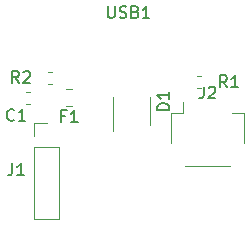
<source format=gto>
G04 #@! TF.GenerationSoftware,KiCad,Pcbnew,(5.1.4)-1*
G04 #@! TF.CreationDate,2019-12-12T04:53:30-08:00*
G04 #@! TF.ProjectId,daughterboard,64617567-6874-4657-9262-6f6172642e6b,rev?*
G04 #@! TF.SameCoordinates,Original*
G04 #@! TF.FileFunction,Legend,Top*
G04 #@! TF.FilePolarity,Positive*
%FSLAX46Y46*%
G04 Gerber Fmt 4.6, Leading zero omitted, Abs format (unit mm)*
G04 Created by KiCad (PCBNEW (5.1.4)-1) date 2019-12-12 04:53:30*
%MOMM*%
%LPD*%
G04 APERTURE LIST*
%ADD10C,0.120000*%
%ADD11C,0.150000*%
G04 APERTURE END LIST*
D10*
X2662779Y-8910000D02*
X2337221Y-8910000D01*
X2662779Y-7890000D02*
X2337221Y-7890000D01*
X12800000Y-10700000D02*
X12800000Y-8300000D01*
X9700000Y-8300000D02*
X9700000Y-11250000D01*
X6258578Y-9110000D02*
X5741422Y-9110000D01*
X6258578Y-7690000D02*
X5741422Y-7690000D01*
X17162779Y-7610000D02*
X16837221Y-7610000D01*
X17162779Y-6590000D02*
X16837221Y-6590000D01*
X4237221Y-6190000D02*
X4562779Y-6190000D01*
X4237221Y-7210000D02*
X4562779Y-7210000D01*
X3040000Y-18660000D02*
X5160000Y-18660000D01*
X3040000Y-12600000D02*
X3040000Y-18660000D01*
X5160000Y-12600000D02*
X5160000Y-18660000D01*
X3040000Y-12600000D02*
X5160000Y-12600000D01*
X3040000Y-11600000D02*
X3040000Y-10540000D01*
X3040000Y-10540000D02*
X4100000Y-10540000D01*
X14590000Y-12215000D02*
X14590000Y-9715000D01*
X14590000Y-9715000D02*
X15640000Y-9715000D01*
X15640000Y-9715000D02*
X15640000Y-8725000D01*
X20810000Y-12215000D02*
X20810000Y-9715000D01*
X20810000Y-9715000D02*
X19760000Y-9715000D01*
X15760000Y-14185000D02*
X19640000Y-14185000D01*
D11*
X9261904Y-652380D02*
X9261904Y-1461904D01*
X9309523Y-1557142D01*
X9357142Y-1604761D01*
X9452380Y-1652380D01*
X9642857Y-1652380D01*
X9738095Y-1604761D01*
X9785714Y-1557142D01*
X9833333Y-1461904D01*
X9833333Y-652380D01*
X10261904Y-1604761D02*
X10404761Y-1652380D01*
X10642857Y-1652380D01*
X10738095Y-1604761D01*
X10785714Y-1557142D01*
X10833333Y-1461904D01*
X10833333Y-1366666D01*
X10785714Y-1271428D01*
X10738095Y-1223809D01*
X10642857Y-1176190D01*
X10452380Y-1128571D01*
X10357142Y-1080952D01*
X10309523Y-1033333D01*
X10261904Y-938095D01*
X10261904Y-842857D01*
X10309523Y-747619D01*
X10357142Y-700000D01*
X10452380Y-652380D01*
X10690476Y-652380D01*
X10833333Y-700000D01*
X11595238Y-1128571D02*
X11738095Y-1176190D01*
X11785714Y-1223809D01*
X11833333Y-1319047D01*
X11833333Y-1461904D01*
X11785714Y-1557142D01*
X11738095Y-1604761D01*
X11642857Y-1652380D01*
X11261904Y-1652380D01*
X11261904Y-652380D01*
X11595238Y-652380D01*
X11690476Y-700000D01*
X11738095Y-747619D01*
X11785714Y-842857D01*
X11785714Y-938095D01*
X11738095Y-1033333D01*
X11690476Y-1080952D01*
X11595238Y-1128571D01*
X11261904Y-1128571D01*
X12785714Y-1652380D02*
X12214285Y-1652380D01*
X12500000Y-1652380D02*
X12500000Y-652380D01*
X12404761Y-795238D01*
X12309523Y-890476D01*
X12214285Y-938095D01*
X1333333Y-10257142D02*
X1285714Y-10304761D01*
X1142857Y-10352380D01*
X1047619Y-10352380D01*
X904761Y-10304761D01*
X809523Y-10209523D01*
X761904Y-10114285D01*
X714285Y-9923809D01*
X714285Y-9780952D01*
X761904Y-9590476D01*
X809523Y-9495238D01*
X904761Y-9400000D01*
X1047619Y-9352380D01*
X1142857Y-9352380D01*
X1285714Y-9400000D01*
X1333333Y-9447619D01*
X2285714Y-10352380D02*
X1714285Y-10352380D01*
X2000000Y-10352380D02*
X2000000Y-9352380D01*
X1904761Y-9495238D01*
X1809523Y-9590476D01*
X1714285Y-9638095D01*
X14452380Y-9438095D02*
X13452380Y-9438095D01*
X13452380Y-9200000D01*
X13500000Y-9057142D01*
X13595238Y-8961904D01*
X13690476Y-8914285D01*
X13880952Y-8866666D01*
X14023809Y-8866666D01*
X14214285Y-8914285D01*
X14309523Y-8961904D01*
X14404761Y-9057142D01*
X14452380Y-9200000D01*
X14452380Y-9438095D01*
X14452380Y-7914285D02*
X14452380Y-8485714D01*
X14452380Y-8200000D02*
X13452380Y-8200000D01*
X13595238Y-8295238D01*
X13690476Y-8390476D01*
X13738095Y-8485714D01*
X5666666Y-9928571D02*
X5333333Y-9928571D01*
X5333333Y-10452380D02*
X5333333Y-9452380D01*
X5809523Y-9452380D01*
X6714285Y-10452380D02*
X6142857Y-10452380D01*
X6428571Y-10452380D02*
X6428571Y-9452380D01*
X6333333Y-9595238D01*
X6238095Y-9690476D01*
X6142857Y-9738095D01*
X19345833Y-7502380D02*
X19012500Y-7026190D01*
X18774404Y-7502380D02*
X18774404Y-6502380D01*
X19155357Y-6502380D01*
X19250595Y-6550000D01*
X19298214Y-6597619D01*
X19345833Y-6692857D01*
X19345833Y-6835714D01*
X19298214Y-6930952D01*
X19250595Y-6978571D01*
X19155357Y-7026190D01*
X18774404Y-7026190D01*
X20298214Y-7502380D02*
X19726785Y-7502380D01*
X20012500Y-7502380D02*
X20012500Y-6502380D01*
X19917261Y-6645238D01*
X19822023Y-6740476D01*
X19726785Y-6788095D01*
X1733333Y-7152380D02*
X1400000Y-6676190D01*
X1161904Y-7152380D02*
X1161904Y-6152380D01*
X1542857Y-6152380D01*
X1638095Y-6200000D01*
X1685714Y-6247619D01*
X1733333Y-6342857D01*
X1733333Y-6485714D01*
X1685714Y-6580952D01*
X1638095Y-6628571D01*
X1542857Y-6676190D01*
X1161904Y-6676190D01*
X2114285Y-6247619D02*
X2161904Y-6200000D01*
X2257142Y-6152380D01*
X2495238Y-6152380D01*
X2590476Y-6200000D01*
X2638095Y-6247619D01*
X2685714Y-6342857D01*
X2685714Y-6438095D01*
X2638095Y-6580952D01*
X2066666Y-7152380D01*
X2685714Y-7152380D01*
X1166666Y-13952380D02*
X1166666Y-14666666D01*
X1119047Y-14809523D01*
X1023809Y-14904761D01*
X880952Y-14952380D01*
X785714Y-14952380D01*
X2166666Y-14952380D02*
X1595238Y-14952380D01*
X1880952Y-14952380D02*
X1880952Y-13952380D01*
X1785714Y-14095238D01*
X1690476Y-14190476D01*
X1595238Y-14238095D01*
X17366666Y-7452380D02*
X17366666Y-8166666D01*
X17319047Y-8309523D01*
X17223809Y-8404761D01*
X17080952Y-8452380D01*
X16985714Y-8452380D01*
X17795238Y-7547619D02*
X17842857Y-7500000D01*
X17938095Y-7452380D01*
X18176190Y-7452380D01*
X18271428Y-7500000D01*
X18319047Y-7547619D01*
X18366666Y-7642857D01*
X18366666Y-7738095D01*
X18319047Y-7880952D01*
X17747619Y-8452380D01*
X18366666Y-8452380D01*
M02*

</source>
